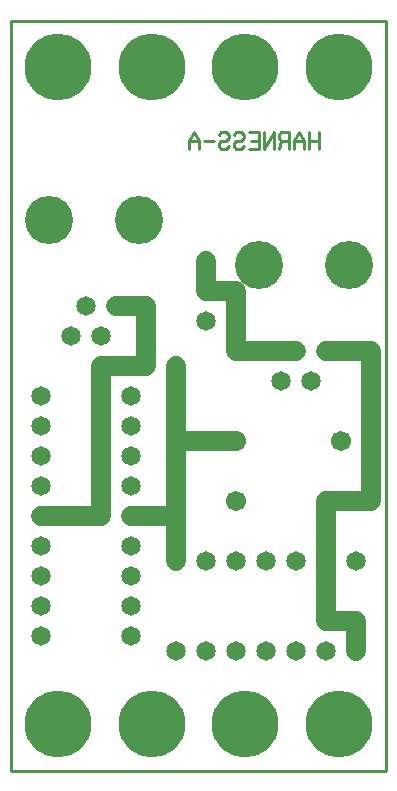
<source format=gbl>
%MOIN*%
%FSLAX25Y25*%
G04 D10 used for Character Trace; *
G04     Circle (OD=.01000) (No hole)*
G04 D11 used for Power Trace; *
G04     Circle (OD=.06700) (No hole)*
G04 D12 used for Signal Trace; *
G04     Circle (OD=.01100) (No hole)*
G04 D13 used for Via; *
G04     Circle (OD=.05800) (Round. Hole ID=.02800)*
G04 D14 used for Component hole; *
G04     Circle (OD=.06500) (Round. Hole ID=.03500)*
G04 D15 used for Component hole; *
G04     Circle (OD=.06700) (Round. Hole ID=.04300)*
G04 D16 used for Component hole; *
G04     Circle (OD=.08100) (Round. Hole ID=.05100)*
G04 D17 used for Component hole; *
G04     Circle (OD=.08900) (Round. Hole ID=.05900)*
G04 D18 used for Component hole; *
G04     Circle (OD=.11300) (Round. Hole ID=.08300)*
G04 D19 used for Component hole; *
G04     Circle (OD=.16000) (Round. Hole ID=.13000)*
G04 D20 used for Component hole; *
G04     Circle (OD=.18300) (Round. Hole ID=.15300)*
G04 D21 used for Component hole; *
G04     Circle (OD=.22291) (Round. Hole ID=.19291)*
%ADD10C,.01000*%
%ADD11C,.06700*%
%ADD12C,.01100*%
%ADD13C,.05800*%
%ADD14C,.06500*%
%ADD15C,.06700*%
%ADD16C,.08100*%
%ADD17C,.08900*%
%ADD18C,.11300*%
%ADD19C,.16000*%
%ADD20C,.18300*%
%ADD21C,.22291*%
%IPPOS*%
%LPD*%
G90*X0Y0D02*D21*X15625Y15625D03*D14*              
X40000Y45000D03*X10000D03*D21*X46875Y15625D03*D14*
X40000Y55000D03*X10000D03*X55000Y40000D03*        
X40000Y65000D03*X10000D03*X65000Y40000D03*        
Y70000D03*X55000D03*D11*Y85000D01*X40000D01*D14*  
D03*Y95000D03*D11*X10000Y85000D02*X30000D01*D14*  
X10000D03*Y95000D03*Y75000D03*D11*X30000Y85000D02*
Y135000D01*X45000D01*Y155000D01*X35000D01*D14*D03*
X30000Y145000D03*X25000Y155000D03*                
X20000Y145000D03*D13*X55000Y135000D03*D11*        
Y110000D01*Y85000D01*D14*X40000Y75000D03*         
X75000Y70000D03*D15*Y90000D03*D14*                
X40000Y105000D03*D15*X75000Y110000D03*D11*        
X55000D01*D14*X40000Y125000D03*Y115000D03*D11*    
X75000Y140000D02*X95000D01*D14*D03*               
X90000Y130000D03*X105000Y140000D03*D11*X120000D01*
Y90000D01*X110000D01*D15*D03*D11*X105000D01*      
Y70000D01*D14*D03*D11*Y50000D01*X115000D01*       
Y40000D01*D14*D03*X105000D03*X95000D03*D21*       
X109375Y15625D03*D14*X85000Y70000D03*X115000D03*  
X85000Y40000D03*X95000Y70000D03*D21*              
X78125Y15625D03*D14*X75000Y40000D03*D12*X0Y0D02*  
X125000D01*X0D02*Y250000D01*X125000D01*Y0D01*D15* 
X110000Y110000D03*D14*X10000Y115000D03*Y105000D03*
Y125000D03*X100000Y130000D03*D11*X75000Y140000D02*
Y160000D01*X65000D01*Y170000D01*D14*D03*D19*      
X82500Y168500D03*D14*X65000Y150000D03*D19*        
X42500Y183500D03*D10*X102511Y207129D02*Y212871D01*
X99163Y207129D02*Y212871D01*X102511Y210000D02*    
X99163D01*X97511Y207129D02*Y210000D01*            
X95837Y212871D01*X94163Y210000D01*Y207129D01*     
X97511Y210000D02*X94163D01*X92511Y207129D02*      
Y212871D01*X90000D01*X89163Y211914D01*Y210957D01* 
X90000Y210000D01*X92511D01*X90000D02*             
X89163Y207129D01*X87511D02*Y212871D01*            
X84163Y207129D01*Y212871D01*X79163Y207129D02*     
X82511D01*Y212871D01*X79163D01*X82511Y210000D02*  
X80000D01*X74163Y211914D02*X75000Y212871D01*      
X76674D01*X77511Y211914D01*Y210957D01*            
X76674Y210000D01*X75000D01*X74163Y209043D01*      
Y208086D01*X75000Y207129D01*X76674D01*            
X77511Y208086D01*X69163Y211914D02*                
X70000Y212871D01*X71674D01*X72511Y211914D01*      
Y210957D01*X71674Y210000D01*X70000D01*            
X69163Y209043D01*Y208086D01*X70000Y207129D01*     
X71674D01*X72511Y208086D01*X67511Y210000D02*      
X64163D01*X62511Y207129D02*Y210000D01*            
X60837Y212871D01*X59163Y210000D01*Y207129D01*     
X62511Y210000D02*X59163D01*D19*X112500Y168500D03* 
X12500Y183500D03*D21*X109375Y234375D03*X78125D03* 
X46875D03*X15625D03*M02*                          

</source>
